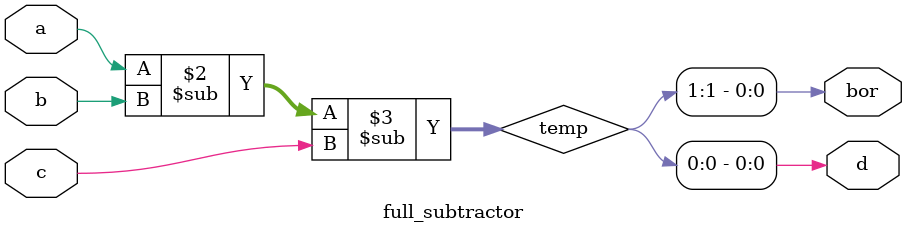
<source format=v>


module full_subtractor (a,b,c,d,bor);

    input a,b,c;
    output d,bor;
    reg [1:0] temp;

    always @ (a or b or c)
        begin
        temp = a-b-c;
        end

    assign d = temp[0];
    assign bor = temp[1];

endmodule

</source>
